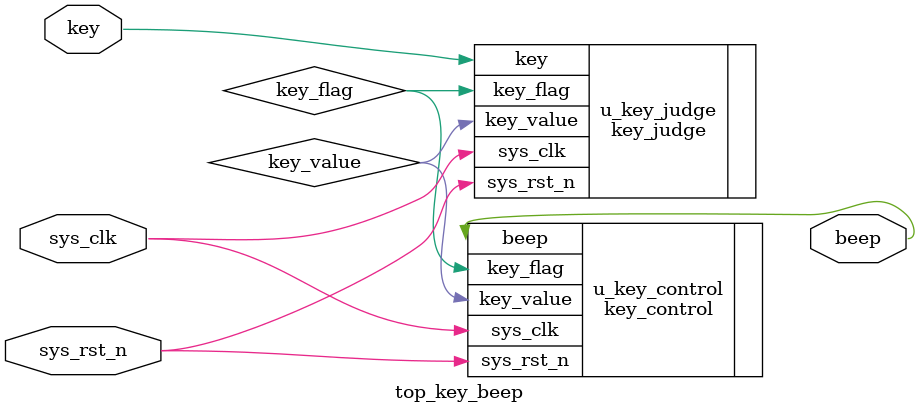
<source format=v>
`timescale 1ns / 1ps

module top_key_beep(
	input sys_clk,
	input sys_rst_n,
	
	input key,
	output beep
);

wire key_value;
wire key_flag;

key_judge u_key_judge(
	.sys_clk    (sys_clk),
	.sys_rst_n  (sys_rst_n),
      
	.key        (key),
	.key_value  (key_value),
	.key_flag    (key_flag)
);

key_control u_key_control(
	.sys_clk		(sys_clk),
	.sys_rst_n      (sys_rst_n),

	.key_value      (key_value),
	.key_flag       (key_flag),
	.beep           (beep)
);
    
endmodule


</source>
